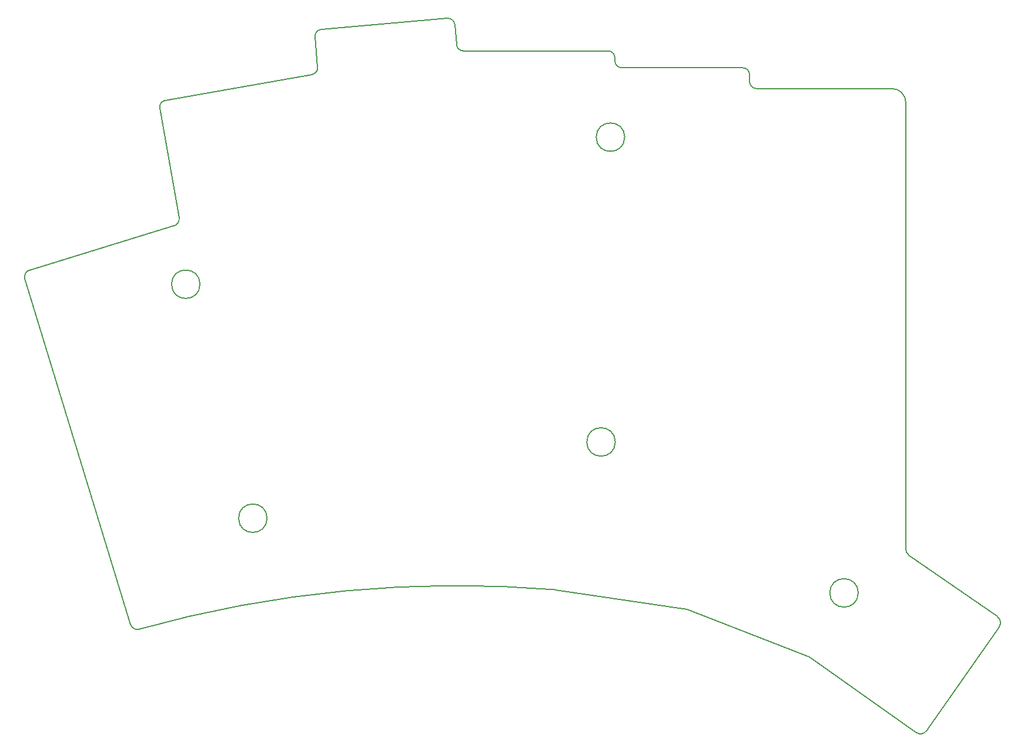
<source format=gbr>
%TF.GenerationSoftware,KiCad,Pcbnew,7.0.5*%
%TF.CreationDate,2024-04-29T22:33:29+02:00*%
%TF.ProjectId,porcupine,706f7263-7570-4696-9e65-2e6b69636164,v0.0.1*%
%TF.SameCoordinates,Original*%
%TF.FileFunction,Profile,NP*%
%FSLAX46Y46*%
G04 Gerber Fmt 4.6, Leading zero omitted, Abs format (unit mm)*
G04 Created by KiCad (PCBNEW 7.0.5) date 2024-04-29 22:33:29*
%MOMM*%
%LPD*%
G01*
G04 APERTURE LIST*
%TA.AperFunction,Profile*%
%ADD10C,0.150000*%
%TD*%
G04 APERTURE END LIST*
D10*
X228951113Y-157886723D02*
G75*
G03*
X168901145Y-163594181I-14195637J-169399277D01*
G01*
X247900000Y-160750000D02*
X228951113Y-157886723D01*
X265500000Y-167550000D02*
X247900000Y-160750000D01*
X280978635Y-178472787D02*
G75*
G03*
X282371364Y-178227212I573564J819224D01*
G01*
X152533446Y-113074139D02*
X167767477Y-162902407D01*
X153197380Y-111825463D02*
X174037969Y-105453855D01*
X171947177Y-88539433D02*
X174730405Y-104323902D01*
X172758337Y-87380977D02*
X193885835Y-83655629D01*
X195236407Y-77145309D02*
X213367150Y-75559075D01*
X214450501Y-76468114D02*
X214701526Y-79337340D01*
X194708382Y-82583665D02*
X194327368Y-78228660D01*
X215697720Y-80250184D02*
X236511087Y-80250184D01*
X237511087Y-81250184D02*
X237511087Y-81683517D01*
X256911087Y-84683517D02*
X256911087Y-83683517D01*
X238511087Y-82683517D02*
X255911087Y-82683517D01*
X282371364Y-178227212D02*
X292850000Y-163250000D01*
X279850000Y-152900000D02*
X292589872Y-161774527D01*
X280978635Y-178472787D02*
X265500000Y-167550000D01*
X279423576Y-152080848D02*
X279411087Y-87683517D01*
X279411083Y-87683517D02*
G75*
G03*
X277411087Y-85683517I-1999983J17D01*
G01*
X277411087Y-85683517D02*
X257911087Y-85683517D01*
X167767474Y-162902408D02*
G75*
G03*
X168901145Y-163594180I956326J292408D01*
G01*
X292850000Y-163250000D02*
G75*
G03*
X292589872Y-161774527I-867796J607673D01*
G01*
X279423577Y-152080848D02*
G75*
G03*
X279849982Y-152900027I1000012J-33D01*
G01*
X256911083Y-84683517D02*
G75*
G03*
X257911087Y-85683517I1000017J17D01*
G01*
X256911083Y-83683517D02*
G75*
G03*
X255911087Y-82683517I-999983J17D01*
G01*
X237511083Y-81683517D02*
G75*
G03*
X238511087Y-82683517I1000017J17D01*
G01*
X237511116Y-81250184D02*
G75*
G03*
X236511087Y-80250184I-1000016J-16D01*
G01*
X214701520Y-79337341D02*
G75*
G03*
X215697720Y-80250184I996180J87141D01*
G01*
X214450521Y-76468112D02*
G75*
G03*
X213367150Y-75559076I-996221J-87188D01*
G01*
X195236404Y-77145272D02*
G75*
G03*
X194327369Y-78228660I87196J-996228D01*
G01*
X193885829Y-83655596D02*
G75*
G03*
X194708381Y-82583665I-173629J984796D01*
G01*
X172758338Y-87380983D02*
G75*
G03*
X171947177Y-88539433I173662J-984817D01*
G01*
X174037952Y-105453798D02*
G75*
G03*
X174730404Y-104323902I-292352J956298D01*
G01*
X153197382Y-111825471D02*
G75*
G03*
X152533447Y-113074139I292418J-956329D01*
G01*
X177753205Y-113872065D02*
G75*
G03*
X177753205Y-113872065I-2050000J0D01*
G01*
X187407772Y-147585205D02*
G75*
G03*
X187407772Y-147585205I-2050000J0D01*
G01*
X238921087Y-92683517D02*
G75*
G03*
X238921087Y-92683517I-2050000J0D01*
G01*
X237561087Y-136600184D02*
G75*
G03*
X237561087Y-136600184I-2050000J0D01*
G01*
X272559651Y-158343108D02*
G75*
G03*
X272559651Y-158343108I-2050000J0D01*
G01*
M02*

</source>
